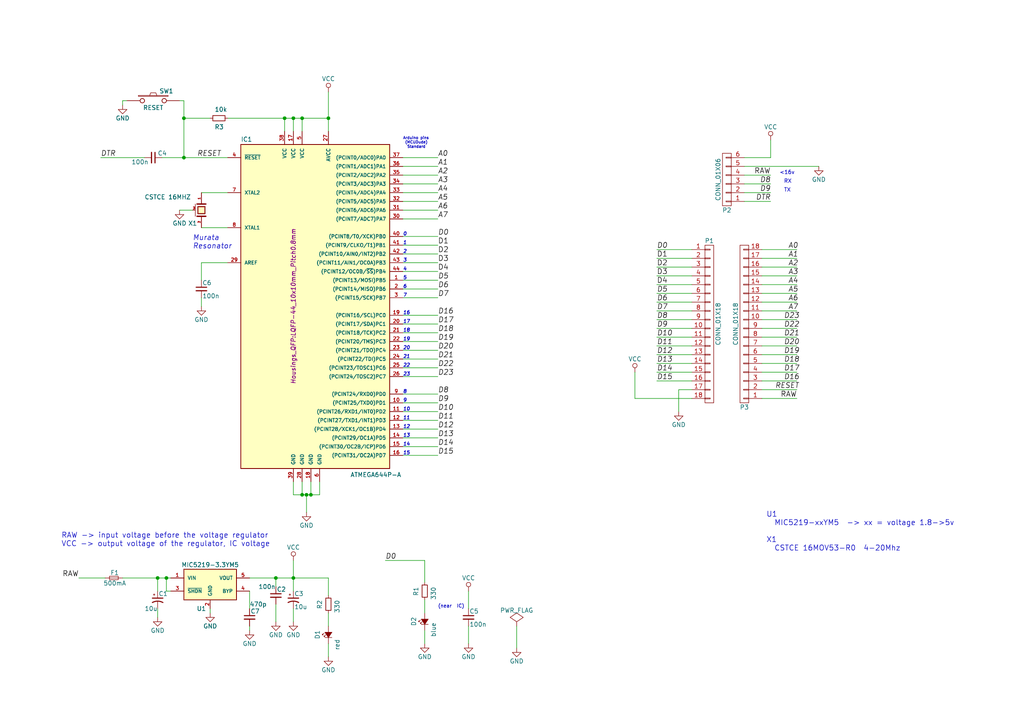
<source format=kicad_sch>
(kicad_sch (version 20230121) (generator eeschema)
  (paper "A4")
  (title_block (title "Mightyduino") (date "2017-01-7") (rev "1.3") (company "dev76.org") (comment 1 "Mightyduino is an arduino based on Atmega 644p/1024p "))
  (lib_symbols
    (symbol "mightyduino-rescue:APE8865Y5-33-HF-3" (pin_names (offset 1.016))
      (property "Reference" "U" (at -7.62 6.35 0))
      (property "Value" "APE8865Y5-33-HF-3" (at 0 5.08 0))
      (property "Footprint" "SOT-23-5" (at 0 2.54 0))
      (symbol "APE8865Y5-33-HF-3_0_1"
        (rectangle (start -7.62 3.81) (end 7.62 -5.08) (stroke (width 0.254)) (fill (type background)))
      )
      (symbol "APE8865Y5-33-HF-3_1_1"
        (pin input line (at -11.43 1.27 0) (length 3.81) (name "VIN") (number "1"))
        (pin power_in line (at 0 -7.62 90) (length 2.54) (name "GND") (number "2"))
        (pin input line (at -11.43 -2.54 0) (length 3.81) (name "~{SHDN}") (number "3"))
        (pin input line (at 11.43 -2.54 180) (length 3.81) (name "BYP") (number "4"))
        (pin power_out line (at 11.43 1.27 180) (length 3.81) (name "VOUT") (number "5"))
      )
    )
    (symbol "mightyduino-rescue:ATMEGA644P-A" (pin_names (offset 1.016))
      (property "Reference" "IC" (at -21.59 47.752 0))
      (property "Value" "ATMEGA644P-A" (at 10.16 -49.53 0))
      (property "Footprint" "TQFP44" (at 0 0 0))
      (symbol "ATMEGA644P-A_0_1"
        (rectangle (start -21.59 46.99) (end 21.59 -46.99) (stroke (width 0.254)) (fill (type background)))
      )
      (symbol "ATMEGA644P-A_1_1"
        (pin bidirectional line (at 25.4 7.62 180) (length 3.81) (name "(PCINT13/MOSI)PB5") (number "1"))
        (pin bidirectional line (at 25.4 -27.94 180) (length 3.81) (name "(PCINT25/TXD0)PD1") (number "10"))
        (pin bidirectional line (at 25.4 -30.48 180) (length 3.81) (name "(PCINT26/RXD1/INT0)PD2") (number "11"))
        (pin bidirectional line (at 25.4 -33.02 180) (length 3.81) (name "(PCINT27/TXD1/INT1)PD3") (number "12"))
        (pin bidirectional line (at 25.4 -35.56 180) (length 3.81) (name "(PCINT28/XCK1/OC1B)PD4") (number "13"))
        (pin bidirectional line (at 25.4 -38.1 180) (length 3.81) (name "(PCINT29/OC1A)PD5") (number "14"))
        (pin bidirectional line (at 25.4 -40.64 180) (length 3.81) (name "(PCINT30/OC2B/ICP)PD6") (number "15"))
        (pin bidirectional line (at 25.4 -43.18 180) (length 3.81) (name "(PCINT31/OC2A)PD7") (number "16"))
        (pin power_in line (at -6.35 50.8 270) (length 3.81) (name "VCC") (number "17"))
        (pin power_in line (at -1.27 -50.8 90) (length 3.81) (name "GND") (number "18"))
        (pin bidirectional line (at 25.4 -2.54 180) (length 3.81) (name "(PCINT16/SCL)PC0") (number "19"))
        (pin bidirectional line (at 25.4 5.08 180) (length 3.81) (name "(PCINT14/MISO)PB6") (number "2"))
        (pin bidirectional line (at 25.4 -5.08 180) (length 3.81) (name "(PCINT17/SDA)PC1") (number "20"))
        (pin bidirectional line (at 25.4 -7.62 180) (length 3.81) (name "(PCINT18/TCK)PC2") (number "21"))
        (pin bidirectional line (at 25.4 -10.16 180) (length 3.81) (name "(PCINT20/TMS)PC3") (number "22"))
        (pin bidirectional line (at 25.4 -12.7 180) (length 3.81) (name "(PCINT21/TDO)PC4") (number "23"))
        (pin bidirectional line (at 25.4 -15.24 180) (length 3.81) (name "(PCINT22/TDI)PC5") (number "24"))
        (pin bidirectional line (at 25.4 -17.78 180) (length 3.81) (name "(PCINT23/TOSC1)PC6") (number "25"))
        (pin bidirectional line (at 25.4 -20.32 180) (length 3.81) (name "(PCINT24/TOSC2)PC7") (number "26"))
        (pin power_in line (at 3.81 50.8 270) (length 3.81) (name "AVCC") (number "27"))
        (pin power_in line (at -3.81 -50.8 90) (length 3.81) (name "GND") (number "28"))
        (pin power_in line (at -25.4 12.7 0) (length 3.81) (name "AREF") (number "29"))
        (pin bidirectional line (at 25.4 2.54 180) (length 3.81) (name "(PCINT15/SCK)PB7") (number "3"))
        (pin bidirectional line (at 25.4 25.4 180) (length 3.81) (name "(PCINT7/ADC7)PA7") (number "30"))
        (pin bidirectional line (at 25.4 27.94 180) (length 3.81) (name "(PCINT6/ADC6)PA6") (number "31"))
        (pin bidirectional line (at 25.4 30.48 180) (length 3.81) (name "(PCINT5/ADC5)PA5") (number "32"))
        (pin bidirectional line (at 25.4 33.02 180) (length 3.81) (name "(PCINT4/ADC4)PA4") (number "33"))
        (pin bidirectional line (at 25.4 35.56 180) (length 3.81) (name "(PCINT3/ADC3)PA3") (number "34"))
        (pin bidirectional line (at 25.4 38.1 180) (length 3.81) (name "(PCINT2/ADC2)PA2") (number "35"))
        (pin bidirectional line (at 25.4 40.64 180) (length 3.81) (name "(PCINT1/ADC1)PA1") (number "36"))
        (pin bidirectional line (at 25.4 43.18 180) (length 3.81) (name "(PCINT0/ADC0)PA0") (number "37"))
        (pin power_in line (at -8.89 50.8 270) (length 3.81) (name "VCC") (number "38"))
        (pin power_in line (at -6.35 -50.8 90) (length 3.81) (name "GND") (number "39"))
        (pin input line (at -25.4 43.18 0) (length 3.81) (name "~{RESET}") (number "4"))
        (pin bidirectional line (at 25.4 20.32 180) (length 3.81) (name "(PCINT8/T0/XCK)PB0") (number "40"))
        (pin bidirectional line (at 25.4 17.78 180) (length 3.81) (name "(PCINT9/CLKO/T1)PB1") (number "41"))
        (pin bidirectional line (at 25.4 15.24 180) (length 3.81) (name "(PCINT10/AIN0/INT2)PB2") (number "42"))
        (pin bidirectional line (at 25.4 12.7 180) (length 3.81) (name "(PCINT11/AIN1/OC0A)PB3") (number "43"))
        (pin bidirectional line (at 25.4 10.16 180) (length 3.81) (name "(PCINT12/OC0B/~{SS})PB4") (number "44"))
        (pin power_in line (at -3.81 50.8 270) (length 3.81) (name "VCC") (number "5"))
        (pin power_in line (at 1.27 -50.8 90) (length 3.81) (name "GND") (number "6"))
        (pin bidirectional line (at -25.4 33.02 0) (length 3.81) (name "XTAL2") (number "7"))
        (pin bidirectional line (at -25.4 22.86 0) (length 3.81) (name "XTAL1") (number "8"))
        (pin bidirectional line (at 25.4 -25.4 180) (length 3.81) (name "(PCINT24/RXD0)PD0") (number "9"))
      )
    )
    (symbol "mightyduino-rescue:CONN_01X06" (pin_names (offset 1.016) hide)
      (property "Reference" "P" (at 0 8.89 0))
      (property "Value" "CONN_01X06" (at 2.54 0 90))
      (symbol "CONN_01X06_0_1"
        (rectangle (start -1.27 -6.223) (end 0.254 -6.477))
        (rectangle (start -1.27 -3.683) (end 0.254 -3.937))
        (rectangle (start -1.27 -1.143) (end 0.254 -1.397))
        (rectangle (start -1.27 1.397) (end 0.254 1.143))
        (rectangle (start -1.27 3.937) (end 0.254 3.683))
        (rectangle (start -1.27 6.477) (end 0.254 6.223))
        (rectangle (start -1.27 7.62) (end 1.27 -7.62))
      )
      (symbol "CONN_01X06_1_1"
        (pin passive line (at -5.08 6.35 0) (length 3.81) (name "P1") (number "1"))
        (pin passive line (at -5.08 3.81 0) (length 3.81) (name "P2") (number "2"))
        (pin passive line (at -5.08 1.27 0) (length 3.81) (name "P3") (number "3"))
        (pin passive line (at -5.08 -1.27 0) (length 3.81) (name "P4") (number "4"))
        (pin passive line (at -5.08 -3.81 0) (length 3.81) (name "P5") (number "5"))
        (pin passive line (at -5.08 -6.35 0) (length 3.81) (name "P6") (number "6"))
      )
    )
    (symbol "mightyduino-rescue:CONN_01X18" (pin_names (offset 1.016) hide)
      (property "Reference" "P" (at 0 24.13 0))
      (property "Value" "CONN_01X18" (at 2.54 0 90))
      (symbol "CONN_01X18_0_1"
        (rectangle (start -1.27 -21.463) (end 0.254 -21.717))
        (rectangle (start -1.27 -18.923) (end 0.254 -19.177))
        (rectangle (start -1.27 -16.383) (end 0.254 -16.637))
        (rectangle (start -1.27 -13.843) (end 0.254 -14.097))
        (rectangle (start -1.27 -11.303) (end 0.254 -11.557))
        (rectangle (start -1.27 -8.763) (end 0.254 -9.017))
        (rectangle (start -1.27 -6.223) (end 0.254 -6.477))
        (rectangle (start -1.27 -3.683) (end 0.254 -3.937))
        (rectangle (start -1.27 -1.143) (end 0.254 -1.397))
        (rectangle (start -1.27 1.397) (end 0.254 1.143))
        (rectangle (start -1.27 3.937) (end 0.254 3.683))
        (rectangle (start -1.27 6.477) (end 0.254 6.223))
        (rectangle (start -1.27 9.017) (end 0.254 8.763))
        (rectangle (start -1.27 11.557) (end 0.254 11.303))
        (rectangle (start -1.27 14.097) (end 0.254 13.843))
        (rectangle (start -1.27 16.637) (end 0.254 16.383))
        (rectangle (start -1.27 19.177) (end 0.254 18.923))
        (rectangle (start -1.27 21.717) (end 0.254 21.463))
        (rectangle (start -1.27 22.86) (end 1.27 -22.86))
      )
      (symbol "CONN_01X18_1_1"
        (pin passive line (at -5.08 21.59 0) (length 3.81) (name "P1") (number "1"))
        (pin passive line (at -5.08 -1.27 0) (length 3.81) (name "P10") (number "10"))
        (pin passive line (at -5.08 -3.81 0) (length 3.81) (name "P11") (number "11"))
        (pin passive line (at -5.08 -6.35 0) (length 3.81) (name "P12") (number "12"))
        (pin passive line (at -5.08 -8.89 0) (length 3.81) (name "P13") (number "13"))
        (pin passive line (at -5.08 -11.43 0) (length 3.81) (name "P14") (number "14"))
        (pin passive line (at -5.08 -13.97 0) (length 3.81) (name "P15") (number "15"))
        (pin passive line (at -5.08 -16.51 0) (length 3.81) (name "P16") (number "16"))
        (pin passive line (at -5.08 -19.05 0) (length 3.81) (name "P17") (number "17"))
        (pin passive line (at -5.08 -21.59 0) (length 3.81) (name "P18") (number "18"))
        (pin passive line (at -5.08 19.05 0) (length 3.81) (name "P2") (number "2"))
        (pin passive line (at -5.08 16.51 0) (length 3.81) (name "P3") (number "3"))
        (pin passive line (at -5.08 13.97 0) (length 3.81) (name "P4") (number "4"))
        (pin passive line (at -5.08 11.43 0) (length 3.81) (name "P5") (number "5"))
        (pin passive line (at -5.08 8.89 0) (length 3.81) (name "P6") (number "6"))
        (pin passive line (at -5.08 6.35 0) (length 3.81) (name "P7") (number "7"))
        (pin passive line (at -5.08 3.81 0) (length 3.81) (name "P8") (number "8"))
        (pin passive line (at -5.08 1.27 0) (length 3.81) (name "P9") (number "9"))
      )
    )
    (symbol "mightyduino-rescue:CP1_Small" (pin_numbers hide) (pin_names (offset 0.254) hide)
      (property "Reference" "C" (at 0.254 1.778 0))
      (property "Value" "CP1_Small" (at 0.254 -2.032 0))
      (symbol "CP1_Small_0_1"
        (polyline (pts (xy -1.524 0.508) (xy 1.524 0.508)) (stroke (width 0.3048)))
        (polyline (pts (xy -1.27 1.524) (xy -0.762 1.524)))
        (polyline (pts (xy -1.016 1.27) (xy -1.016 1.778)))
        (arc (start 1.524 -0.762) (mid 0 -0.3734) (end -1.524 -0.762) (stroke (width 0.3048)))
      )
      (symbol "CP1_Small_1_1"
        (pin passive line (at 0 2.54 270) (length 2.032) (name "~") (number "1"))
        (pin passive line (at 0 -2.54 90) (length 2.032) (name "~") (number "2"))
      )
    )
    (symbol "mightyduino-rescue:CRYSTAL_SMD" (pin_names (offset 1.016) hide)
      (property "Reference" "X" (at 0 2.286 0))
      (property "Value" "CRYSTAL_SMD" (at 0.762 -2.794 0))
      (symbol "CRYSTAL_SMD_0_1"
        (polyline (pts (xy -1.778 -1.778) (xy 1.778 -1.778)))
        (polyline (pts (xy -1.778 1.27) (xy -1.778 -1.27)) (stroke (width 0.4064)))
        (polyline (pts (xy 1.778 1.27) (xy 1.778 -1.27)) (stroke (width 0.4064)))
        (polyline (pts (xy -1.016 1.016) (xy 1.016 1.016) (xy 1.016 -1.016) (xy -1.016 -1.016) (xy -1.016 1.016)) (stroke (width 0.3048)) (fill (type background)))
      )
      (symbol "CRYSTAL_SMD_1_1"
        (pin passive line (at -5.08 0 0) (length 3.302) (name "1") (number "1"))
        (pin passive line (at 5.08 0 180) (length 3.302) (name "2") (number "2"))
        (pin passive line (at 0 -2.54 90) (length 0.762) (name "case") (number "3"))
      )
    )
    (symbol "mightyduino-rescue:C_Small" (pin_numbers hide) (pin_names (offset 0.254) hide)
      (property "Reference" "C" (at 0.254 1.778 0))
      (property "Value" "C_Small" (at 0.254 -2.032 0))
      (symbol "C_Small_0_1"
        (polyline (pts (xy -1.524 -0.508) (xy 1.524 -0.508)) (stroke (width 0.3302)))
        (polyline (pts (xy -1.524 0.508) (xy 1.524 0.508)) (stroke (width 0.3048)))
      )
      (symbol "C_Small_1_1"
        (pin passive line (at 0 2.54 270) (length 1.905) (name "~") (number "1"))
        (pin passive line (at 0 -2.54 90) (length 2.032) (name "~") (number "2"))
      )
    )
    (symbol "mightyduino-rescue:F_Small" (pin_numbers hide) (pin_names (offset 0.254) hide)
      (property "Reference" "F" (at -1.016 1.524 0))
      (property "Value" "F_Small" (at -3.048 -1.524 0))
      (symbol "F_Small_0_1"
        (rectangle (start -1.27 0.508) (end 1.27 -0.508))
        (polyline (pts (xy -1.27 0) (xy 1.27 0)))
      )
      (symbol "F_Small_1_1"
        (pin passive line (at -2.54 0 0) (length 1.27) (name "~") (number "1"))
        (pin passive line (at 2.54 0 180) (length 1.27) (name "~") (number "2"))
      )
    )
    (symbol "mightyduino-rescue:GND-RESCUE-mightyduino" (power) (pin_names (offset 0))
      (property "Value" "GND-RESCUE-mightyduino" (at 0 -3.81 0))
      (symbol "GND-RESCUE-mightyduino_0_1"
        (polyline (pts (xy 0 0) (xy 0 -1.27) (xy 1.27 -1.27) (xy 0 -2.54) (xy -1.27 -1.27) (xy 0 -1.27)))
      )
      (symbol "GND-RESCUE-mightyduino_1_1"
        (pin power_in line (at 0 0 270) (length 0) hide (name "GND") (number "1"))
      )
    )
    (symbol "mightyduino-rescue:Led_Small" (pin_numbers hide) (pin_names (offset 0.254) hide)
      (property "Reference" "D" (at -1.27 3.175 0))
      (property "Value" "Led_Small" (at -4.445 -2.54 0))
      (symbol "Led_Small_0_1"
        (polyline (pts (xy -0.762 -1.016) (xy -0.762 1.016)))
        (polyline (pts (xy 0.762 -1.016) (xy -0.762 0) (xy 0.762 1.016) (xy 0.762 -1.016)) (fill (type outline)))
        (polyline (pts (xy 0 0.762) (xy -0.508 1.27) (xy -0.254 1.27) (xy -0.508 1.27) (xy -0.508 1.016)))
        (polyline (pts (xy 0.508 1.27) (xy 0 1.778) (xy 0.254 1.778) (xy 0 1.778) (xy 0 1.524)))
      )
      (symbol "Led_Small_1_1"
        (pin passive line (at -2.54 0 0) (length 1.778) (name "K") (number "1"))
        (pin passive line (at 2.54 0 180) (length 1.778) (name "A") (number "2"))
      )
    )
    (symbol "mightyduino-rescue:PWR_FLAG" (power) (pin_numbers hide) (pin_names (offset 0) hide)
      (property "Value" "PWR_FLAG" (at 0 4.572 0))
      (symbol "PWR_FLAG_0_0"
        (pin power_out line (at 0 0 90) (length 0) (name "pwr") (number "1"))
      )
      (symbol "PWR_FLAG_0_1"
        (polyline (pts (xy 0 0) (xy 0 1.27) (xy -1.905 2.54) (xy 0 3.81) (xy 1.905 2.54) (xy 0 1.27)))
      )
    )
    (symbol "mightyduino-rescue:R_Small" (pin_numbers hide) (pin_names (offset 0.254) hide)
      (property "Reference" "R" (at 0.762 0.508 0))
      (property "Value" "R_Small" (at 0.762 -1.016 0))
      (symbol "R_Small_0_1"
        (rectangle (start -0.762 1.778) (end 0.762 -1.778) (stroke (width 0.2032)))
      )
      (symbol "R_Small_1_1"
        (pin passive line (at 0 2.54 270) (length 0.762) (name "~") (number "1"))
        (pin passive line (at 0 -2.54 90) (length 0.762) (name "~") (number "2"))
      )
    )
    (symbol "mightyduino-rescue:SW_PUSH" (pin_numbers hide) (pin_names (offset 1.016) hide)
      (property "Reference" "SW" (at 3.81 2.794 0))
      (property "Value" "SW_PUSH" (at 0 -2.032 0))
      (symbol "SW_PUSH_0_1"
        (rectangle (start -4.318 1.27) (end 4.318 1.524))
        (polyline (pts (xy -1.016 1.524) (xy -0.762 2.286) (xy 0.762 2.286) (xy 1.016 1.524)))
        (pin passive inverted (at -7.62 0 0) (length 5.08) (name "1") (number "1"))
        (pin passive inverted (at 7.62 0 180) (length 5.08) (name "2") (number "2"))
      )
    )
    (symbol "mightyduino-rescue:VCC" (power) (pin_names (offset 0))
      (property "Value" "VCC" (at 0 3.81 0))
      (symbol "VCC_0_1"
        (polyline (pts (xy 0 0) (xy 0 1.27)))
        (circle (center 0 1.905) (radius 0.635))
      )
      (symbol "VCC_1_1"
        (pin power_in line (at 0 0 90) (length 0) hide (name "VCC") (number "1"))
      )
    )
  )
  (junction (at 53.34 34.29))
  (junction (at 95.25 34.29))
  (junction (at 88.9 143.51))
  (junction (at 48.26 167.64))
  (junction (at 85.09 167.64))
  (junction (at 53.34 45.72))
  (junction (at 82.55 34.29))
  (junction (at 45.72 167.64))
  (junction (at 90.17 143.51))
  (junction (at 87.63 34.29))
  (junction (at 85.09 34.29))
  (junction (at 80.01 167.64))
  (junction (at 87.63 143.51))
  (wire (pts (xy 72.39 167.64) (xy 80.01 167.64)))
  (wire (pts (xy 220.98 87.63) (xy 231.14 87.63)))
  (wire (pts (xy 58.42 81.28) (xy 58.42 76.2)))
  (wire (pts (xy 85.09 34.29) (xy 85.09 38.1)))
  (wire (pts (xy 220.98 74.93) (xy 231.14 74.93)))
  (wire (pts (xy 66.04 66.04) (xy 58.42 66.04)))
  (wire (pts (xy 200.66 80.01) (xy 190.5 80.01)))
  (wire (pts (xy 85.09 162.56) (xy 85.09 167.64)))
  (wire (pts (xy 116.84 93.98) (xy 127 93.98)))
  (wire (pts (xy 135.89 176.53) (xy 135.89 171.45)))
  (wire (pts (xy 116.84 53.34) (xy 127 53.34)))
  (wire (pts (xy 35.56 29.21) (xy 36.83 29.21)))
  (wire (pts (xy 220.98 97.79) (xy 231.14 97.79)))
  (wire (pts (xy 223.52 45.72) (xy 215.9 45.72)))
  (wire (pts (xy 87.63 34.29) (xy 95.25 34.29)))
  (wire (pts (xy 223.52 40.64) (xy 223.52 45.72)))
  (wire (pts (xy 220.98 102.87) (xy 231.14 102.87)))
  (wire (pts (xy 200.66 90.17) (xy 190.5 90.17)))
  (wire (pts (xy 116.84 45.72) (xy 127 45.72)))
  (wire (pts (xy 90.17 143.51) (xy 92.71 143.51)))
  (wire (pts (xy 116.84 99.06) (xy 127 99.06)))
  (wire (pts (xy 116.84 121.92) (xy 127 121.92)))
  (wire (pts (xy 220.98 100.33) (xy 231.14 100.33)))
  (wire (pts (xy 80.01 170.18) (xy 80.01 167.64)))
  (wire (pts (xy 35.56 167.64) (xy 45.72 167.64)))
  (wire (pts (xy 95.25 167.64) (xy 95.25 172.72)))
  (wire (pts (xy 116.84 50.8) (xy 127 50.8)))
  (wire (pts (xy 46.99 45.72) (xy 53.34 45.72)))
  (wire (pts (xy 116.84 116.84) (xy 127 116.84)))
  (wire (pts (xy 215.9 58.42) (xy 223.52 58.42)))
  (wire (pts (xy 41.91 45.72) (xy 29.21 45.72)))
  (wire (pts (xy 85.09 34.29) (xy 87.63 34.29)))
  (wire (pts (xy 95.25 34.29) (xy 95.25 38.1)))
  (wire (pts (xy 48.26 171.45) (xy 48.26 167.64)))
  (wire (pts (xy 48.26 167.64) (xy 49.53 167.64)))
  (wire (pts (xy 215.9 53.34) (xy 223.52 53.34)))
  (wire (pts (xy 200.66 72.39) (xy 190.5 72.39)))
  (wire (pts (xy 220.98 85.09) (xy 231.14 85.09)))
  (wire (pts (xy 87.63 34.29) (xy 87.63 38.1)))
  (wire (pts (xy 200.66 102.87) (xy 190.5 102.87)))
  (wire (pts (xy 116.84 81.28) (xy 127 81.28)))
  (wire (pts (xy 116.84 71.12) (xy 127 71.12)))
  (wire (pts (xy 49.53 171.45) (xy 48.26 171.45)))
  (wire (pts (xy 58.42 55.88) (xy 66.04 55.88)))
  (wire (pts (xy 200.66 95.25) (xy 190.5 95.25)))
  (wire (pts (xy 200.66 97.79) (xy 190.5 97.79)))
  (wire (pts (xy 35.56 30.48) (xy 35.56 29.21)))
  (wire (pts (xy 90.17 143.51) (xy 90.17 139.7)))
  (wire (pts (xy 58.42 76.2) (xy 66.04 76.2)))
  (wire (pts (xy 80.01 180.34) (xy 80.01 175.26)))
  (wire (pts (xy 45.72 176.53) (xy 45.72 179.07)))
  (wire (pts (xy 220.98 115.57) (xy 231.14 115.57)))
  (wire (pts (xy 200.66 107.95) (xy 190.5 107.95)))
  (wire (pts (xy 116.84 76.2) (xy 127 76.2)))
  (wire (pts (xy 116.84 60.96) (xy 127 60.96)))
  (wire (pts (xy 220.98 80.01) (xy 231.14 80.01)))
  (wire (pts (xy 220.98 90.17) (xy 231.14 90.17)))
  (wire (pts (xy 149.86 187.96) (xy 149.86 181.61)))
  (wire (pts (xy 116.84 132.08) (xy 127 132.08)))
  (wire (pts (xy 95.25 190.5) (xy 95.25 186.69)))
  (wire (pts (xy 45.72 171.45) (xy 45.72 167.64)))
  (wire (pts (xy 116.84 119.38) (xy 127 119.38)))
  (wire (pts (xy 220.98 113.03) (xy 231.14 113.03)))
  (wire (pts (xy 116.84 58.42) (xy 127 58.42)))
  (wire (pts (xy 116.84 114.3) (xy 127 114.3)))
  (wire (pts (xy 85.09 167.64) (xy 85.09 171.45)))
  (wire (pts (xy 45.72 167.64) (xy 48.26 167.64)))
  (wire (pts (xy 58.42 88.9) (xy 58.42 86.36)))
  (wire (pts (xy 196.85 113.03) (xy 200.66 113.03)))
  (wire (pts (xy 85.09 139.7) (xy 85.09 143.51)))
  (wire (pts (xy 184.15 107.95) (xy 184.15 115.57)))
  (wire (pts (xy 116.84 48.26) (xy 127 48.26)))
  (wire (pts (xy 215.9 50.8) (xy 223.52 50.8)))
  (wire (pts (xy 116.84 73.66) (xy 127 73.66)))
  (wire (pts (xy 123.19 186.69) (xy 123.19 182.88)))
  (wire (pts (xy 80.01 167.64) (xy 85.09 167.64)))
  (wire (pts (xy 85.09 180.34) (xy 85.09 176.53)))
  (wire (pts (xy 87.63 143.51) (xy 87.63 139.7)))
  (wire (pts (xy 116.84 68.58) (xy 127 68.58)))
  (wire (pts (xy 123.19 177.8) (xy 123.19 173.99)))
  (wire (pts (xy 116.84 101.6) (xy 127 101.6)))
  (wire (pts (xy 85.09 143.51) (xy 87.63 143.51)))
  (wire (pts (xy 116.84 83.82) (xy 127 83.82)))
  (wire (pts (xy 53.34 34.29) (xy 53.34 45.72)))
  (wire (pts (xy 53.34 29.21) (xy 52.07 29.21)))
  (wire (pts (xy 95.25 181.61) (xy 95.25 177.8)))
  (wire (pts (xy 220.98 105.41) (xy 231.14 105.41)))
  (wire (pts (xy 123.19 168.91) (xy 123.19 162.56)))
  (wire (pts (xy 60.96 34.29) (xy 53.34 34.29)))
  (wire (pts (xy 220.98 72.39) (xy 231.14 72.39)))
  (wire (pts (xy 87.63 143.51) (xy 88.9 143.51)))
  (wire (pts (xy 82.55 34.29) (xy 85.09 34.29)))
  (wire (pts (xy 116.84 129.54) (xy 127 129.54)))
  (wire (pts (xy 200.66 92.71) (xy 190.5 92.71)))
  (wire (pts (xy 116.84 55.88) (xy 127 55.88)))
  (wire (pts (xy 200.66 82.55) (xy 190.5 82.55)))
  (wire (pts (xy 196.85 113.03) (xy 196.85 119.38)))
  (wire (pts (xy 127 124.46) (xy 116.84 124.46)))
  (wire (pts (xy 220.98 107.95) (xy 231.14 107.95)))
  (wire (pts (xy 82.55 34.29) (xy 82.55 38.1)))
  (wire (pts (xy 85.09 167.64) (xy 95.25 167.64)))
  (wire (pts (xy 220.98 77.47) (xy 231.14 77.47)))
  (wire (pts (xy 88.9 143.51) (xy 90.17 143.51)))
  (wire (pts (xy 116.84 63.5) (xy 127 63.5)))
  (wire (pts (xy 95.25 26.67) (xy 95.25 34.29)))
  (wire (pts (xy 200.66 87.63) (xy 190.5 87.63)))
  (wire (pts (xy 200.66 110.49) (xy 190.5 110.49)))
  (wire (pts (xy 116.84 109.22) (xy 127 109.22)))
  (wire (pts (xy 88.9 143.51) (xy 88.9 148.59)))
  (wire (pts (xy 92.71 143.51) (xy 92.71 139.7)))
  (wire (pts (xy 184.15 115.57) (xy 200.66 115.57)))
  (wire (pts (xy 116.84 106.68) (xy 127 106.68)))
  (wire (pts (xy 220.98 110.49) (xy 231.14 110.49)))
  (wire (pts (xy 215.9 48.26) (xy 237.49 48.26)))
  (wire (pts (xy 116.84 104.14) (xy 127 104.14)))
  (wire (pts (xy 116.84 91.44) (xy 127 91.44)))
  (wire (pts (xy 220.98 82.55) (xy 231.14 82.55)))
  (wire (pts (xy 123.19 162.56) (xy 111.76 162.56)))
  (wire (pts (xy 135.89 186.69) (xy 135.89 181.61)))
  (wire (pts (xy 200.66 74.93) (xy 190.5 74.93)))
  (wire (pts (xy 200.66 100.33) (xy 190.5 100.33)))
  (wire (pts (xy 52.07 60.96) (xy 55.88 60.96)))
  (wire (pts (xy 116.84 86.36) (xy 127 86.36)))
  (wire (pts (xy 200.66 105.41) (xy 190.5 105.41)))
  (wire (pts (xy 220.98 92.71) (xy 231.14 92.71)))
  (wire (pts (xy 53.34 45.72) (xy 66.04 45.72)))
  (wire (pts (xy 220.98 95.25) (xy 231.14 95.25)))
  (wire (pts (xy 53.34 29.21) (xy 53.34 34.29)))
  (wire (pts (xy 72.39 171.45) (xy 72.39 176.53)))
  (wire (pts (xy 66.04 34.29) (xy 82.55 34.29)))
  (wire (pts (xy 200.66 77.47) (xy 190.5 77.47)))
  (wire (pts (xy 116.84 127) (xy 127 127)))
  (wire (pts (xy 30.48 167.64) (xy 22.86 167.64)))
  (wire (pts (xy 116.84 96.52) (xy 127 96.52)))
  (wire (pts (xy 72.39 182.88) (xy 72.39 181.61)))
  (wire (pts (xy 116.84 78.74) (xy 127 78.74)))
  (wire (pts (xy 60.96 177.8) (xy 60.96 176.53)))
  (wire (pts (xy 215.9 55.88) (xy 223.52 55.88)))
  (wire (pts (xy 200.66 85.09) (xy 190.5 85.09)))
  (text "16" (at 116.84 91.44 0) (effects (font (size 0.9906 0.9906) (thickness 0.1981) bold italic) (justify left bottom)))
  (text "20" (at 116.84 101.6 0) (effects (font (size 0.9906 0.9906) (thickness 0.1981) bold italic) (justify left bottom)))
  (text "RX" (at 227.33 53.34 0) (effects (font (size 1.0922 1.0922)) (justify left bottom)))
  (text "Arduino pins\n (MCUDude)\n  Standard" (at 116.84 43.18 0) (effects (font (size 0.7874 0.7874)) (justify left bottom)))
  (text "9" (at 116.84 116.84 0) (effects (font (size 0.9906 0.9906) (thickness 0.1981) bold italic) (justify left bottom)))
  (text "19" (at 116.84 99.06 0) (effects (font (size 0.9906 0.9906) (thickness 0.1981) bold italic) (justify left bottom)))
  (text "6" (at 116.84 83.82 0) (effects (font (size 0.9906 0.9906) (thickness 0.1981) bold italic) (justify left bottom)))
  (text "22" (at 116.84 106.68 0) (effects (font (size 0.9906 0.9906) (thickness 0.1981) bold italic) (justify left bottom)))
  (text "4" (at 116.84 78.74 0) (effects (font (size 0.9906 0.9906) (thickness 0.1981) bold italic) (justify left bottom)))
  (text "21" (at 116.84 104.14 0) (effects (font (size 0.9906 0.9906) (thickness 0.1981) bold italic) (justify left bottom)))
  (text "(near  IC)\n" (at 127 176.53 0) (effects (font (size 0.9906 0.9906)) (justify left bottom)))
  (text "U1\n  MIC5219-xxYM5  -> xx = voltage 1.8->5v\n  \nX1\n  CSTCE 16MOV53-R0  4-20Mhz" (at 222.25 160.02 0) (effects (font (size 1.524 1.524)) (justify left bottom)))
  (text "3" (at 116.84 76.2 0) (effects (font (size 0.9906 0.9906) (thickness 0.1981) bold italic) (justify left bottom)))
  (text "7" (at 116.84 86.36 0) (effects (font (size 0.9906 0.9906) (thickness 0.1981) bold italic) (justify left bottom)))
  (text "12" (at 116.84 124.46 0) (effects (font (size 0.9906 0.9906) (thickness 0.1981) bold italic) (justify left bottom)))
  (text "RAW -> input voltage before the voltage regulator \nVCC -> output voltage of the regulator, IC voltage" (at 17.78 158.75 0) (effects (font (size 1.524 1.524)) (justify left bottom)))
  (text "Murata\nResonator" (at 55.88 72.39 0) (effects (font (size 1.4986 1.4986) italic) (justify left bottom)))
  (text "18" (at 116.84 96.52 0) (effects (font (size 0.9906 0.9906) (thickness 0.1981) bold italic) (justify left bottom)))
  (text "14" (at 116.84 129.54 0) (effects (font (size 0.9906 0.9906) (thickness 0.1981) bold italic) (justify left bottom)))
  (text "2" (at 116.84 73.66 0) (effects (font (size 0.9906 0.9906) (thickness 0.1981) bold italic) (justify left bottom)))
  (text "0" (at 116.84 68.58 0) (effects (font (size 0.9906 0.9906) (thickness 0.1981) bold italic) (justify left bottom)))
  (text "5" (at 116.84 81.28 0) (effects (font (size 0.9906 0.9906) (thickness 0.1981) bold italic) (justify left bottom)))
  (text "TX" (at 227.33 55.88 0) (effects (font (size 1.0922 1.0922)) (justify left bottom)))
  (text "8" (at 116.84 114.3 0) (effects (font (size 0.9906 0.9906) (thickness 0.1981) bold italic) (justify left bottom)))
  (text "10" (at 116.84 119.38 0) (effects (font (size 0.9906 0.9906) (thickness 0.1981) bold italic) (justify left bottom)))
  (text "17" (at 116.84 93.98 0) (effects (font (size 0.9906 0.9906) (thickness 0.1981) bold italic) (justify left bottom)))
  (text "23" (at 116.84 109.22 0) (effects (font (size 0.9906 0.9906) (thickness 0.1981) bold italic) (justify left bottom)))
  (text "15" (at 116.84 132.08 0) (effects (font (size 0.9906 0.9906) (thickness 0.1981) bold italic) (justify left bottom)))
  (text "13" (at 116.84 127 0) (effects (font (size 0.9906 0.9906) (thickness 0.1981) bold italic) (justify left bottom)))
  (text "1" (at 116.84 71.12 0) (effects (font (size 0.9906 0.9906) (thickness 0.1981) bold italic) (justify left bottom)))
  (text "<16v" (at 226.06 50.8 0) (effects (font (size 1.0922 1.0922)) (justify left bottom)))
  (text "11" (at 116.84 121.92 0) (effects (font (size 0.9906 0.9906) (thickness 0.1981) bold italic) (justify left bottom)))
  (label "D6" (at 190.5 87.63 0) (effects (font (size 1.4986 1.4986) italic)))
  (label "D7" (at 127 86.36 0) (effects (font (size 1.4986 1.4986) italic)))
  (label "D16" (at 127 91.44 0) (effects (font (size 1.4986 1.4986) italic)))
  (label "RESET" (at 57.15 45.72 0) (effects (font (size 1.4986 1.4986) italic)))
  (label "D10" (at 190.5 97.79 0) (effects (font (size 1.4986 1.4986) italic)))
  (label "D11" (at 190.5 100.33 0) (effects (font (size 1.4986 1.4986) italic)))
  (label "D12" (at 190.5 102.87 0) (effects (font (size 1.4986 1.4986) italic)))
  (label "D17" (at 127 93.98 0) (effects (font (size 1.4986 1.4986) italic)))
  (label "D19" (at 227.33 102.87 0) (effects (font (size 1.4986 1.4986) italic)))
  (label "D4" (at 127 78.74 0) (effects (font (size 1.524 1.524))))
  (label "D10" (at 127 119.38 0) (effects (font (size 1.4986 1.4986) italic)))
  (label "D3" (at 190.5 80.01 0) (effects (font (size 1.524 1.524))))
  (label "D6" (at 127 83.82 0) (effects (font (size 1.4986 1.4986) italic)))
  (label "A0" (at 228.6 72.39 0) (effects (font (size 1.4986 1.4986) italic)))
  (label "A5" (at 228.6 85.09 0) (effects (font (size 1.4986 1.4986) italic)))
  (label "D2" (at 190.5 77.47 0) (effects (font (size 1.524 1.524))))
  (label "A4" (at 228.6 82.55 0) (effects (font (size 1.4986 1.4986) italic)))
  (label "RAW" (at 223.52 50.8 180) (effects (font (size 1.524 1.524))))
  (label "D19" (at 127 99.06 0) (effects (font (size 1.4986 1.4986) italic)))
  (label "RAW" (at 22.86 167.64 180) (effects (font (size 1.524 1.524))))
  (label "RAW" (at 231.14 115.57 180) (effects (font (size 1.524 1.524))))
  (label "D20" (at 227.33 100.33 0) (effects (font (size 1.4986 1.4986) italic)))
  (label "D14" (at 190.5 107.95 0) (effects (font (size 1.4986 1.4986) italic)))
  (label "A1" (at 127 48.26 0) (effects (font (size 1.4986 1.4986) italic)))
  (label "A7" (at 127 63.5 0) (effects (font (size 1.4986 1.4986) italic)))
  (label "DTR" (at 29.21 45.72 0) (effects (font (size 1.4986 1.4986) italic)))
  (label "D18" (at 227.33 105.41 0) (effects (font (size 1.4986 1.4986) italic)))
  (label "A5" (at 127 58.42 0) (effects (font (size 1.4986 1.4986) italic)))
  (label "D9" (at 127 116.84 0) (effects (font (size 1.4986 1.4986) italic)))
  (label "D5" (at 127 81.28 0) (effects (font (size 1.4986 1.4986) italic)))
  (label "D13" (at 127 127 0) (effects (font (size 1.4986 1.4986) italic)))
  (label "A2" (at 127 50.8 0) (effects (font (size 1.4986 1.4986) italic)))
  (label "A2" (at 228.6 77.47 0) (effects (font (size 1.4986 1.4986) italic)))
  (label "D14" (at 127 129.54 0) (effects (font (size 1.4986 1.4986) italic)))
  (label "A3" (at 127 53.34 0) (effects (font (size 1.4986 1.4986) italic)))
  (label "D18" (at 127 96.52 0) (effects (font (size 1.4986 1.4986) italic)))
  (label "D22" (at 227.33 95.25 0) (effects (font (size 1.4986 1.4986) italic)))
  (label "D1" (at 190.5 74.93 0) (effects (font (size 1.524 1.524))))
  (label "D9" (at 223.52 55.88 180) (effects (font (size 1.4986 1.4986) italic)))
  (label "D23" (at 227.33 92.71 0) (effects (font (size 1.4986 1.4986) italic)))
  (label "D1" (at 127 71.12 0) (effects (font (size 1.524 1.524))))
  (label "D15" (at 127 132.08 0) (effects (font (size 1.4986 1.4986) italic)))
  (label "D7" (at 190.5 90.17 0) (effects (font (size 1.4986 1.4986) italic)))
  (label "D3" (at 127 76.2 0) (effects (font (size 1.524 1.524))))
  (label "D9" (at 190.5 95.25 0) (effects (font (size 1.4986 1.4986) italic)))
  (label "D0" (at 127 68.58 0) (effects (font (size 1.4986 1.4986) italic)))
  (label "A3" (at 228.6 80.01 0) (effects (font (size 1.4986 1.4986) italic)))
  (label "D20" (at 127 101.6 0) (effects (font (size 1.4986 1.4986) italic)))
  (label "D4" (at 190.5 82.55 0) (effects (font (size 1.524 1.524))))
  (label "A6" (at 228.6 87.63 0) (effects (font (size 1.4986 1.4986) italic)))
  (label "D11" (at 127 121.92 0) (effects (font (size 1.4986 1.4986) italic)))
  (label "A7" (at 228.6 90.17 0) (effects (font (size 1.4986 1.4986) italic)))
  (label "D15" (at 190.5 110.49 0) (effects (font (size 1.4986 1.4986) italic)))
  (label "D8" (at 190.5 92.71 0) (effects (font (size 1.4986 1.4986) italic)))
  (label "D16" (at 227.33 110.49 0) (effects (font (size 1.4986 1.4986) italic)))
  (label "D0" (at 190.5 72.39 0) (effects (font (size 1.4986 1.4986) italic)))
  (label "A4" (at 127 55.88 0) (effects (font (size 1.4986 1.4986) italic)))
  (label "D13" (at 190.5 105.41 0) (effects (font (size 1.4986 1.4986) italic)))
  (label "A6" (at 127 60.96 0) (effects (font (size 1.4986 1.4986) italic)))
  (label "A1" (at 228.6 74.93 0) (effects (font (size 1.4986 1.4986) italic)))
  (label "D21" (at 127 104.14 0) (effects (font (size 1.4986 1.4986) italic)))
  (label "D23" (at 127 109.22 0) (effects (font (size 1.4986 1.4986) italic)))
  (label "D12" (at 127 124.46 0) (effects (font (size 1.4986 1.4986) italic)))
  (label "DTR" (at 223.52 58.42 180) (effects (font (size 1.4986 1.4986) italic)))
  (label "D5" (at 190.5 85.09 0) (effects (font (size 1.4986 1.4986) italic)))
  (label "D8" (at 127 114.3 0) (effects (font (size 1.4986 1.4986) italic)))
  (label "D21" (at 227.33 97.79 0) (effects (font (size 1.4986 1.4986) italic)))
  (label "RESET" (at 224.79 113.03 0) (effects (font (size 1.4986 1.4986) italic)))
  (label "D2" (at 127 73.66 0) (effects (font (size 1.524 1.524))))
  (label "D17" (at 227.33 107.95 0) (effects (font (size 1.4986 1.4986) italic)))
  (label "D22" (at 127 106.68 0) (effects (font (size 1.4986 1.4986) italic)))
  (label "D0" (at 111.76 162.56 0) (effects (font (size 1.4986 1.4986) italic)))
  (label "A0" (at 127 45.72 0) (effects (font (size 1.4986 1.4986) italic)))
  (label "D8" (at 223.52 53.34 180) (effects (font (size 1.4986 1.4986) italic)))
  (symbol (lib_id "mightyduino-rescue:ATMEGA644P-A") (at 91.44 88.9 0) (unit 1)
    (property "Reference" "IC1" (at 69.85 41.148 0) (effects (justify left bottom)))
    (property "Value" "ATMEGA644P-A" (at 101.6 138.43 0) (effects (justify left bottom)))
    (property "Footprint" "Housings_QFP:LQFP-44_10x10mm_Pitch0.8mm" (at 85.09 88.9 90) (effects (font italic)))
  )
  (symbol (lib_id "mightyduino-rescue:CRYSTAL_SMD") (at 58.42 60.96 270) (unit 1)
    (property "Reference" "X1" (at 55.88 64.77 90))
    (property "Value" "CSTCE 16MHZ" (at 41.91 57.15 90) (effects (justify left)))
    (property "Footprint" "parts:CSTCEv2" (effects hide))
  )
  (symbol (lib_id "mightyduino-rescue:GND-RESCUE-mightyduino") (at 52.07 60.96 0) (unit 1)
    (property "Reference" "#PWR01" (effects hide))
    (property "Value" "GND" (at 52.07 64.77 0))
  )
  (symbol (lib_id "mightyduino-rescue:GND-RESCUE-mightyduino") (at 88.9 148.59 0) (unit 1)
    (property "Reference" "#PWR02" (effects hide))
    (property "Value" "GND" (at 88.9 152.4 0))
  )
  (symbol (lib_id "mightyduino-rescue:R_Small") (at 63.5 34.29 270) (unit 1)
    (property "Reference" "R3" (at 62.23 36.83 90) (effects (justify left)))
    (property "Value" "10k" (at 62.23 31.75 90) (effects (justify left)))
    (property "Footprint" "Resistors_SMD:R_0805" (effects hide))
  )
  (symbol (lib_id "mightyduino-rescue:C_Small") (at 44.45 45.72 270) (unit 1)
    (property "Reference" "C4" (at 45.72 44.45 90) (effects (justify left)))
    (property "Value" "100n" (at 38.1 46.99 90) (effects (justify left)))
    (property "Footprint" "Capacitors_SMD:C_0805" (effects hide))
  )
  (symbol (lib_id "mightyduino-rescue:C_Small") (at 58.42 83.82 0) (unit 1)
    (property "Reference" "C6" (at 58.674 82.042 0) (effects (justify left)))
    (property "Value" "100n" (at 58.674 85.852 0) (effects (justify left)))
    (property "Footprint" "Capacitors_SMD:C_0805" (effects hide))
  )
  (symbol (lib_id "mightyduino-rescue:GND-RESCUE-mightyduino") (at 58.42 88.9 0) (unit 1)
    (property "Reference" "#PWR03" (effects hide))
    (property "Value" "GND" (at 58.42 92.71 0))
  )
  (symbol (lib_id "mightyduino-rescue:C_Small") (at 135.89 179.07 0) (unit 1)
    (property "Reference" "C5" (at 136.144 177.292 0) (effects (justify left)))
    (property "Value" "100n" (at 136.144 181.102 0) (effects (justify left)))
    (property "Footprint" "Capacitors_SMD:C_0805" (effects hide))
  )
  (symbol (lib_id "mightyduino-rescue:GND-RESCUE-mightyduino") (at 135.89 186.69 0) (unit 1)
    (property "Reference" "#PWR04" (effects hide))
    (property "Value" "GND" (at 135.89 190.5 0))
  )
  (symbol (lib_id "mightyduino-rescue:PWR_FLAG") (at 149.86 181.61 0) (unit 1)
    (property "Reference" "#FLG05" (effects hide))
    (property "Value" "PWR_FLAG" (at 149.86 177.038 0))
  )
  (symbol (lib_id "mightyduino-rescue:GND-RESCUE-mightyduino") (at 149.86 187.96 0) (unit 1)
    (property "Reference" "#PWR06" (effects hide))
    (property "Value" "GND" (at 149.86 191.77 0))
  )
  (symbol (lib_id "mightyduino-rescue:GND-RESCUE-mightyduino") (at 60.96 177.8 0) (unit 1)
    (property "Reference" "#PWR07" (effects hide))
    (property "Value" "GND" (at 60.96 181.61 0))
  )
  (symbol (lib_id "mightyduino-rescue:C_Small") (at 80.01 172.72 0) (unit 1)
    (property "Reference" "C2" (at 80.264 170.942 0) (effects (justify left)))
    (property "Value" "100n" (at 74.93 170.18 0) (effects (justify left)))
    (property "Footprint" "Capacitors_SMD:C_0805" (effects hide))
  )
  (symbol (lib_id "mightyduino-rescue:GND-RESCUE-mightyduino") (at 80.01 180.34 0) (unit 1)
    (property "Reference" "#PWR08" (effects hide))
    (property "Value" "GND" (at 80.01 184.15 0))
  )
  (symbol (lib_id "mightyduino-rescue:CP1_Small") (at 85.09 173.99 0) (unit 1)
    (property "Reference" "C3" (at 85.344 172.212 0) (effects (justify left)))
    (property "Value" "10u" (at 85.344 176.022 0) (effects (justify left)))
    (property "Footprint" "Capacitors_Tantalum_SMD:TantalC_SizeA_EIA-3216_Reflow" (effects hide))
  )
  (symbol (lib_id "mightyduino-rescue:GND-RESCUE-mightyduino") (at 85.09 180.34 0) (unit 1)
    (property "Reference" "#PWR09" (effects hide))
    (property "Value" "GND" (at 85.09 184.15 0))
  )
  (symbol (lib_id "mightyduino-rescue:CP1_Small") (at 45.72 173.99 0) (unit 1)
    (property "Reference" "C1" (at 45.974 172.212 0) (effects (justify left)))
    (property "Value" "10u" (at 41.91 176.53 0) (effects (justify left)))
    (property "Footprint" "Capacitors_Tantalum_SMD:TantalC_SizeA_EIA-3216_Reflow" (effects hide))
  )
  (symbol (lib_id "mightyduino-rescue:GND-RESCUE-mightyduino") (at 45.72 179.07 0) (unit 1)
    (property "Reference" "#PWR010" (effects hide))
    (property "Value" "GND" (at 45.72 182.88 0))
  )
  (symbol (lib_id "mightyduino-rescue:VCC") (at 135.89 171.45 0) (unit 1)
    (property "Reference" "#PWR012" (effects hide))
    (property "Value" "VCC" (at 135.89 167.64 0))
  )
  (symbol (lib_id "mightyduino-rescue:VCC") (at 95.25 26.67 0) (unit 1)
    (property "Reference" "#PWR019" (effects hide))
    (property "Value" "VCC" (at 95.25 22.86 0))
  )
  (symbol (lib_id "mightyduino-rescue:R_Small") (at 95.25 175.26 180) (unit 1)
    (property "Reference" "R2" (at 92.71 173.99 90) (effects (justify left)))
    (property "Value" "330" (at 97.79 173.99 90) (effects (justify left)))
    (property "Footprint" "Resistors_SMD:R_0805" (effects hide))
  )
  (symbol (lib_id "mightyduino-rescue:Led_Small") (at 95.25 184.15 90) (unit 1)
    (property "Reference" "D1" (at 92.075 185.42 0) (effects (justify left)))
    (property "Value" "red" (at 97.79 188.595 0) (effects (justify left)))
    (property "Footprint" "LEDs:LED_0805" (effects hide))
  )
  (symbol (lib_id "mightyduino-rescue:GND-RESCUE-mightyduino") (at 95.25 190.5 0) (unit 1)
    (property "Reference" "#PWR011" (effects hide))
    (property "Value" "GND" (at 95.25 194.31 0))
  )
  (symbol (lib_id "mightyduino-rescue:F_Small") (at 33.02 167.64 0) (unit 1)
    (property "Reference" "F1" (at 32.004 166.116 0) (effects (justify left)))
    (property "Value" "500mA" (at 29.972 169.164 0) (effects (justify left)))
    (property "Footprint" "Capacitors_SMD:C_0805_HandSoldering" (effects hide))
  )
  (symbol (lib_id "mightyduino-rescue:VCC") (at 85.09 162.56 0) (unit 1)
    (property "Reference" "#PWR018" (effects hide))
    (property "Value" "VCC" (at 85.09 158.75 0))
  )
  (symbol (lib_id "mightyduino-rescue:SW_PUSH") (at 44.45 29.21 0) (unit 1)
    (property "Reference" "SW1" (at 48.26 26.416 0))
    (property "Value" "RESET" (at 44.45 31.242 0))
    (property "Footprint" "Buttons_Switches_SMD:SW_SPST_TL3342" (effects hide))
  )
  (symbol (lib_id "mightyduino-rescue:GND-RESCUE-mightyduino") (at 35.56 30.48 0) (unit 1)
    (property "Reference" "#PWR013" (effects hide))
    (property "Value" "GND" (at 35.56 34.29 0))
  )
  (symbol (lib_id "mightyduino-rescue:CONN_01X18") (at 205.74 93.98 0) (unit 1)
    (property "Reference" "P1" (at 205.74 69.85 0))
    (property "Value" "CONN_01X18" (at 208.28 93.98 90))
    (property "Footprint" "Pin_Headers:Pin_Header_Straight_1x18" (effects hide))
  )
  (symbol (lib_id "mightyduino-rescue:CONN_01X18") (at 215.9 93.98 180) (unit 1)
    (property "Reference" "P3" (at 215.9 118.11 0))
    (property "Value" "CONN_01X18" (at 213.36 93.98 90))
    (property "Footprint" "Pin_Headers:Pin_Header_Straight_1x18" (effects hide))
  )
  (symbol (lib_id "mightyduino-rescue:GND-RESCUE-mightyduino") (at 196.85 119.38 0) (unit 1)
    (property "Reference" "#PWR014" (effects hide))
    (property "Value" "GND" (at 196.85 123.19 0))
  )
  (symbol (lib_id "mightyduino-rescue:VCC") (at 184.15 107.95 0) (unit 1)
    (property "Reference" "#PWR017" (effects hide))
    (property "Value" "VCC" (at 184.15 104.14 0))
  )
  (symbol (lib_id "mightyduino-rescue:R_Small") (at 123.19 171.45 180) (unit 1)
    (property "Reference" "R1" (at 120.65 170.18 90) (effects (justify left)))
    (property "Value" "330" (at 125.73 170.18 90) (effects (justify left)))
    (property "Footprint" "Resistors_SMD:R_0805" (effects hide))
  )
  (symbol (lib_id "mightyduino-rescue:Led_Small") (at 123.19 180.34 90) (unit 1)
    (property "Reference" "D2" (at 120.015 181.61 0) (effects (justify left)))
    (property "Value" "blue" (at 125.73 184.785 0) (effects (justify left)))
    (property "Footprint" "LEDs:LED_0805" (effects hide))
  )
  (symbol (lib_id "mightyduino-rescue:GND-RESCUE-mightyduino") (at 123.19 186.69 0) (unit 1)
    (property "Reference" "#PWR015" (effects hide))
    (property "Value" "GND" (at 123.19 190.5 0))
  )
  (symbol (lib_id "mightyduino-rescue:CONN_01X06") (at 210.82 52.07 180) (unit 1)
    (property "Reference" "P2" (at 210.82 60.96 0))
    (property "Value" "CONN_01X06" (at 208.28 52.07 90))
    (property "Footprint" "Pin_Headers:Pin_Header_Straight_1x06" (effects hide))
  )
  (symbol (lib_id "mightyduino-rescue:GND-RESCUE-mightyduino") (at 237.49 48.26 0) (unit 1)
    (property "Reference" "#PWR016" (effects hide))
    (property "Value" "GND" (at 237.49 52.07 0))
  )
  (symbol (lib_id "mightyduino-rescue:VCC") (at 223.52 40.64 0) (unit 1)
    (property "Reference" "#PWR020" (effects hide))
    (property "Value" "VCC" (at 223.52 36.83 0))
  )
  (symbol (lib_id "mightyduino-rescue:APE8865Y5-33-HF-3") (at 60.96 168.91 0) (unit 1)
    (property "Reference" "U1" (at 58.42 176.53 0))
    (property "Value" "MIC5219-3.3YM5" (at 60.96 163.83 0))
    (property "Footprint" "TO_SOT_Packages_SMD:SOT-23-5" (effects hide))
    (property "Datasheet" "https://cdn-shop.adafruit.com/product-files/3081/mic5219.pdf" (effects hide))
  )
  (symbol (lib_id "mightyduino-rescue:C_Small") (at 72.39 179.07 0) (unit 1)
    (property "Reference" "C7" (at 72.644 177.292 0) (effects (justify left)))
    (property "Value" "470p" (at 72.39 175.26 0) (effects (justify left)))
    (property "Footprint" "Capacitors_SMD:C_0805" (effects hide))
  )
  (symbol (lib_id "mightyduino-rescue:GND-RESCUE-mightyduino") (at 72.39 182.88 0) (unit 1)
    (property "Reference" "#PWR021" (effects hide))
    (property "Value" "GND" (at 72.39 186.69 0))
  )
)
</source>
